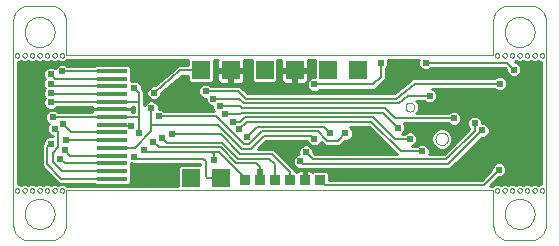
<source format=gbl>
G75*
%MOIN*%
%OFA0B0*%
%FSLAX24Y24*%
%IPPOS*%
%LPD*%
%AMOC8*
5,1,8,0,0,1.08239X$1,22.5*
%
%ADD10C,0.0000*%
%ADD11R,0.0600X0.0600*%
%ADD12R,0.1024X0.0138*%
%ADD13R,0.0320X0.0350*%
%ADD14C,0.0100*%
%ADD15C,0.0240*%
%ADD16C,0.0080*%
D10*
X004943Y002737D02*
X005693Y002737D01*
X005737Y002739D01*
X005780Y002745D01*
X005822Y002754D01*
X005864Y002767D01*
X005904Y002784D01*
X005943Y002804D01*
X005980Y002827D01*
X006014Y002854D01*
X006047Y002883D01*
X006076Y002916D01*
X006103Y002950D01*
X006126Y002987D01*
X006146Y003026D01*
X006163Y003066D01*
X006176Y003108D01*
X006185Y003150D01*
X006191Y003193D01*
X006193Y003237D01*
X006193Y004393D01*
X020443Y004393D01*
X020443Y003237D01*
X020445Y003193D01*
X020451Y003150D01*
X020460Y003108D01*
X020473Y003066D01*
X020490Y003026D01*
X020510Y002987D01*
X020533Y002950D01*
X020560Y002916D01*
X020589Y002883D01*
X020622Y002854D01*
X020656Y002827D01*
X020693Y002804D01*
X020732Y002784D01*
X020772Y002767D01*
X020814Y002754D01*
X020856Y002745D01*
X020899Y002739D01*
X020943Y002737D01*
X021693Y002737D01*
X021737Y002739D01*
X021780Y002745D01*
X021822Y002754D01*
X021864Y002767D01*
X021904Y002784D01*
X021943Y002804D01*
X021980Y002827D01*
X022014Y002854D01*
X022047Y002883D01*
X022076Y002916D01*
X022103Y002950D01*
X022126Y002987D01*
X022146Y003026D01*
X022163Y003066D01*
X022176Y003108D01*
X022185Y003150D01*
X022191Y003193D01*
X022193Y003237D01*
X022193Y010050D01*
X022191Y010094D01*
X022185Y010137D01*
X022176Y010179D01*
X022163Y010221D01*
X022146Y010261D01*
X022126Y010300D01*
X022103Y010337D01*
X022076Y010371D01*
X022047Y010404D01*
X022014Y010433D01*
X021980Y010460D01*
X021943Y010483D01*
X021904Y010503D01*
X021864Y010520D01*
X021822Y010533D01*
X021780Y010542D01*
X021737Y010548D01*
X021693Y010550D01*
X020943Y010550D01*
X020899Y010548D01*
X020856Y010542D01*
X020814Y010533D01*
X020772Y010520D01*
X020732Y010503D01*
X020693Y010483D01*
X020656Y010460D01*
X020622Y010433D01*
X020589Y010404D01*
X020560Y010371D01*
X020533Y010337D01*
X020510Y010300D01*
X020490Y010261D01*
X020473Y010221D01*
X020460Y010179D01*
X020451Y010137D01*
X020445Y010094D01*
X020443Y010050D01*
X020443Y008893D01*
X006193Y008893D01*
X006193Y010050D01*
X006191Y010094D01*
X006185Y010137D01*
X006176Y010179D01*
X006163Y010221D01*
X006146Y010261D01*
X006126Y010300D01*
X006103Y010337D01*
X006076Y010371D01*
X006047Y010404D01*
X006014Y010433D01*
X005980Y010460D01*
X005943Y010483D01*
X005904Y010503D01*
X005864Y010520D01*
X005822Y010533D01*
X005780Y010542D01*
X005737Y010548D01*
X005693Y010550D01*
X004943Y010550D01*
X004899Y010548D01*
X004856Y010542D01*
X004814Y010533D01*
X004772Y010520D01*
X004732Y010503D01*
X004693Y010483D01*
X004656Y010460D01*
X004622Y010433D01*
X004589Y010404D01*
X004560Y010371D01*
X004533Y010337D01*
X004510Y010300D01*
X004490Y010261D01*
X004473Y010221D01*
X004460Y010179D01*
X004451Y010137D01*
X004445Y010094D01*
X004443Y010050D01*
X004443Y003237D01*
X004445Y003193D01*
X004451Y003150D01*
X004460Y003108D01*
X004473Y003066D01*
X004490Y003026D01*
X004510Y002987D01*
X004533Y002950D01*
X004560Y002916D01*
X004589Y002883D01*
X004622Y002854D01*
X004656Y002827D01*
X004693Y002804D01*
X004732Y002784D01*
X004772Y002767D01*
X004814Y002754D01*
X004856Y002745D01*
X004899Y002739D01*
X004943Y002737D01*
X004818Y003612D02*
X004820Y003656D01*
X004826Y003700D01*
X004836Y003743D01*
X004849Y003785D01*
X004866Y003826D01*
X004887Y003865D01*
X004911Y003902D01*
X004938Y003937D01*
X004968Y003969D01*
X005001Y003999D01*
X005037Y004025D01*
X005074Y004049D01*
X005114Y004068D01*
X005155Y004085D01*
X005198Y004097D01*
X005241Y004106D01*
X005285Y004111D01*
X005329Y004112D01*
X005373Y004109D01*
X005417Y004102D01*
X005460Y004091D01*
X005502Y004077D01*
X005542Y004059D01*
X005581Y004037D01*
X005617Y004013D01*
X005651Y003985D01*
X005683Y003954D01*
X005712Y003920D01*
X005738Y003884D01*
X005760Y003846D01*
X005779Y003806D01*
X005794Y003764D01*
X005806Y003722D01*
X005814Y003678D01*
X005818Y003634D01*
X005818Y003590D01*
X005814Y003546D01*
X005806Y003502D01*
X005794Y003460D01*
X005779Y003418D01*
X005760Y003378D01*
X005738Y003340D01*
X005712Y003304D01*
X005683Y003270D01*
X005651Y003239D01*
X005617Y003211D01*
X005581Y003187D01*
X005542Y003165D01*
X005502Y003147D01*
X005460Y003133D01*
X005417Y003122D01*
X005373Y003115D01*
X005329Y003112D01*
X005285Y003113D01*
X005241Y003118D01*
X005198Y003127D01*
X005155Y003139D01*
X005114Y003156D01*
X005074Y003175D01*
X005037Y003199D01*
X005001Y003225D01*
X004968Y003255D01*
X004938Y003287D01*
X004911Y003322D01*
X004887Y003359D01*
X004866Y003398D01*
X004849Y003439D01*
X004836Y003481D01*
X004826Y003524D01*
X004820Y003568D01*
X004818Y003612D01*
X004743Y004393D02*
X004745Y004410D01*
X004750Y004426D01*
X004759Y004440D01*
X004771Y004452D01*
X004785Y004461D01*
X004801Y004466D01*
X004818Y004468D01*
X004835Y004466D01*
X004851Y004461D01*
X004865Y004452D01*
X004877Y004440D01*
X004886Y004426D01*
X004891Y004410D01*
X004893Y004393D01*
X004891Y004376D01*
X004886Y004360D01*
X004877Y004346D01*
X004865Y004334D01*
X004851Y004325D01*
X004835Y004320D01*
X004818Y004318D01*
X004801Y004320D01*
X004785Y004325D01*
X004771Y004334D01*
X004759Y004346D01*
X004750Y004360D01*
X004745Y004376D01*
X004743Y004393D01*
X004493Y004393D02*
X004495Y004410D01*
X004500Y004426D01*
X004509Y004440D01*
X004521Y004452D01*
X004535Y004461D01*
X004551Y004466D01*
X004568Y004468D01*
X004585Y004466D01*
X004601Y004461D01*
X004615Y004452D01*
X004627Y004440D01*
X004636Y004426D01*
X004641Y004410D01*
X004643Y004393D01*
X004641Y004376D01*
X004636Y004360D01*
X004627Y004346D01*
X004615Y004334D01*
X004601Y004325D01*
X004585Y004320D01*
X004568Y004318D01*
X004551Y004320D01*
X004535Y004325D01*
X004521Y004334D01*
X004509Y004346D01*
X004500Y004360D01*
X004495Y004376D01*
X004493Y004393D01*
X004993Y004393D02*
X004995Y004410D01*
X005000Y004426D01*
X005009Y004440D01*
X005021Y004452D01*
X005035Y004461D01*
X005051Y004466D01*
X005068Y004468D01*
X005085Y004466D01*
X005101Y004461D01*
X005115Y004452D01*
X005127Y004440D01*
X005136Y004426D01*
X005141Y004410D01*
X005143Y004393D01*
X005141Y004376D01*
X005136Y004360D01*
X005127Y004346D01*
X005115Y004334D01*
X005101Y004325D01*
X005085Y004320D01*
X005068Y004318D01*
X005051Y004320D01*
X005035Y004325D01*
X005021Y004334D01*
X005009Y004346D01*
X005000Y004360D01*
X004995Y004376D01*
X004993Y004393D01*
X005243Y004393D02*
X005245Y004410D01*
X005250Y004426D01*
X005259Y004440D01*
X005271Y004452D01*
X005285Y004461D01*
X005301Y004466D01*
X005318Y004468D01*
X005335Y004466D01*
X005351Y004461D01*
X005365Y004452D01*
X005377Y004440D01*
X005386Y004426D01*
X005391Y004410D01*
X005393Y004393D01*
X005391Y004376D01*
X005386Y004360D01*
X005377Y004346D01*
X005365Y004334D01*
X005351Y004325D01*
X005335Y004320D01*
X005318Y004318D01*
X005301Y004320D01*
X005285Y004325D01*
X005271Y004334D01*
X005259Y004346D01*
X005250Y004360D01*
X005245Y004376D01*
X005243Y004393D01*
X005493Y004393D02*
X005495Y004410D01*
X005500Y004426D01*
X005509Y004440D01*
X005521Y004452D01*
X005535Y004461D01*
X005551Y004466D01*
X005568Y004468D01*
X005585Y004466D01*
X005601Y004461D01*
X005615Y004452D01*
X005627Y004440D01*
X005636Y004426D01*
X005641Y004410D01*
X005643Y004393D01*
X005641Y004376D01*
X005636Y004360D01*
X005627Y004346D01*
X005615Y004334D01*
X005601Y004325D01*
X005585Y004320D01*
X005568Y004318D01*
X005551Y004320D01*
X005535Y004325D01*
X005521Y004334D01*
X005509Y004346D01*
X005500Y004360D01*
X005495Y004376D01*
X005493Y004393D01*
X005743Y004393D02*
X005745Y004410D01*
X005750Y004426D01*
X005759Y004440D01*
X005771Y004452D01*
X005785Y004461D01*
X005801Y004466D01*
X005818Y004468D01*
X005835Y004466D01*
X005851Y004461D01*
X005865Y004452D01*
X005877Y004440D01*
X005886Y004426D01*
X005891Y004410D01*
X005893Y004393D01*
X005891Y004376D01*
X005886Y004360D01*
X005877Y004346D01*
X005865Y004334D01*
X005851Y004325D01*
X005835Y004320D01*
X005818Y004318D01*
X005801Y004320D01*
X005785Y004325D01*
X005771Y004334D01*
X005759Y004346D01*
X005750Y004360D01*
X005745Y004376D01*
X005743Y004393D01*
X005993Y004393D02*
X005995Y004410D01*
X006000Y004426D01*
X006009Y004440D01*
X006021Y004452D01*
X006035Y004461D01*
X006051Y004466D01*
X006068Y004468D01*
X006085Y004466D01*
X006101Y004461D01*
X006115Y004452D01*
X006127Y004440D01*
X006136Y004426D01*
X006141Y004410D01*
X006143Y004393D01*
X006141Y004376D01*
X006136Y004360D01*
X006127Y004346D01*
X006115Y004334D01*
X006101Y004325D01*
X006085Y004320D01*
X006068Y004318D01*
X006051Y004320D01*
X006035Y004325D01*
X006021Y004334D01*
X006009Y004346D01*
X006000Y004360D01*
X005995Y004376D01*
X005993Y004393D01*
X005993Y008893D02*
X005995Y008910D01*
X006000Y008926D01*
X006009Y008940D01*
X006021Y008952D01*
X006035Y008961D01*
X006051Y008966D01*
X006068Y008968D01*
X006085Y008966D01*
X006101Y008961D01*
X006115Y008952D01*
X006127Y008940D01*
X006136Y008926D01*
X006141Y008910D01*
X006143Y008893D01*
X006141Y008876D01*
X006136Y008860D01*
X006127Y008846D01*
X006115Y008834D01*
X006101Y008825D01*
X006085Y008820D01*
X006068Y008818D01*
X006051Y008820D01*
X006035Y008825D01*
X006021Y008834D01*
X006009Y008846D01*
X006000Y008860D01*
X005995Y008876D01*
X005993Y008893D01*
X005743Y008893D02*
X005745Y008910D01*
X005750Y008926D01*
X005759Y008940D01*
X005771Y008952D01*
X005785Y008961D01*
X005801Y008966D01*
X005818Y008968D01*
X005835Y008966D01*
X005851Y008961D01*
X005865Y008952D01*
X005877Y008940D01*
X005886Y008926D01*
X005891Y008910D01*
X005893Y008893D01*
X005891Y008876D01*
X005886Y008860D01*
X005877Y008846D01*
X005865Y008834D01*
X005851Y008825D01*
X005835Y008820D01*
X005818Y008818D01*
X005801Y008820D01*
X005785Y008825D01*
X005771Y008834D01*
X005759Y008846D01*
X005750Y008860D01*
X005745Y008876D01*
X005743Y008893D01*
X005493Y008893D02*
X005495Y008910D01*
X005500Y008926D01*
X005509Y008940D01*
X005521Y008952D01*
X005535Y008961D01*
X005551Y008966D01*
X005568Y008968D01*
X005585Y008966D01*
X005601Y008961D01*
X005615Y008952D01*
X005627Y008940D01*
X005636Y008926D01*
X005641Y008910D01*
X005643Y008893D01*
X005641Y008876D01*
X005636Y008860D01*
X005627Y008846D01*
X005615Y008834D01*
X005601Y008825D01*
X005585Y008820D01*
X005568Y008818D01*
X005551Y008820D01*
X005535Y008825D01*
X005521Y008834D01*
X005509Y008846D01*
X005500Y008860D01*
X005495Y008876D01*
X005493Y008893D01*
X005243Y008893D02*
X005245Y008910D01*
X005250Y008926D01*
X005259Y008940D01*
X005271Y008952D01*
X005285Y008961D01*
X005301Y008966D01*
X005318Y008968D01*
X005335Y008966D01*
X005351Y008961D01*
X005365Y008952D01*
X005377Y008940D01*
X005386Y008926D01*
X005391Y008910D01*
X005393Y008893D01*
X005391Y008876D01*
X005386Y008860D01*
X005377Y008846D01*
X005365Y008834D01*
X005351Y008825D01*
X005335Y008820D01*
X005318Y008818D01*
X005301Y008820D01*
X005285Y008825D01*
X005271Y008834D01*
X005259Y008846D01*
X005250Y008860D01*
X005245Y008876D01*
X005243Y008893D01*
X004993Y008893D02*
X004995Y008910D01*
X005000Y008926D01*
X005009Y008940D01*
X005021Y008952D01*
X005035Y008961D01*
X005051Y008966D01*
X005068Y008968D01*
X005085Y008966D01*
X005101Y008961D01*
X005115Y008952D01*
X005127Y008940D01*
X005136Y008926D01*
X005141Y008910D01*
X005143Y008893D01*
X005141Y008876D01*
X005136Y008860D01*
X005127Y008846D01*
X005115Y008834D01*
X005101Y008825D01*
X005085Y008820D01*
X005068Y008818D01*
X005051Y008820D01*
X005035Y008825D01*
X005021Y008834D01*
X005009Y008846D01*
X005000Y008860D01*
X004995Y008876D01*
X004993Y008893D01*
X004743Y008893D02*
X004745Y008910D01*
X004750Y008926D01*
X004759Y008940D01*
X004771Y008952D01*
X004785Y008961D01*
X004801Y008966D01*
X004818Y008968D01*
X004835Y008966D01*
X004851Y008961D01*
X004865Y008952D01*
X004877Y008940D01*
X004886Y008926D01*
X004891Y008910D01*
X004893Y008893D01*
X004891Y008876D01*
X004886Y008860D01*
X004877Y008846D01*
X004865Y008834D01*
X004851Y008825D01*
X004835Y008820D01*
X004818Y008818D01*
X004801Y008820D01*
X004785Y008825D01*
X004771Y008834D01*
X004759Y008846D01*
X004750Y008860D01*
X004745Y008876D01*
X004743Y008893D01*
X004493Y008893D02*
X004495Y008910D01*
X004500Y008926D01*
X004509Y008940D01*
X004521Y008952D01*
X004535Y008961D01*
X004551Y008966D01*
X004568Y008968D01*
X004585Y008966D01*
X004601Y008961D01*
X004615Y008952D01*
X004627Y008940D01*
X004636Y008926D01*
X004641Y008910D01*
X004643Y008893D01*
X004641Y008876D01*
X004636Y008860D01*
X004627Y008846D01*
X004615Y008834D01*
X004601Y008825D01*
X004585Y008820D01*
X004568Y008818D01*
X004551Y008820D01*
X004535Y008825D01*
X004521Y008834D01*
X004509Y008846D01*
X004500Y008860D01*
X004495Y008876D01*
X004493Y008893D01*
X004818Y009675D02*
X004820Y009719D01*
X004826Y009763D01*
X004836Y009806D01*
X004849Y009848D01*
X004866Y009889D01*
X004887Y009928D01*
X004911Y009965D01*
X004938Y010000D01*
X004968Y010032D01*
X005001Y010062D01*
X005037Y010088D01*
X005074Y010112D01*
X005114Y010131D01*
X005155Y010148D01*
X005198Y010160D01*
X005241Y010169D01*
X005285Y010174D01*
X005329Y010175D01*
X005373Y010172D01*
X005417Y010165D01*
X005460Y010154D01*
X005502Y010140D01*
X005542Y010122D01*
X005581Y010100D01*
X005617Y010076D01*
X005651Y010048D01*
X005683Y010017D01*
X005712Y009983D01*
X005738Y009947D01*
X005760Y009909D01*
X005779Y009869D01*
X005794Y009827D01*
X005806Y009785D01*
X005814Y009741D01*
X005818Y009697D01*
X005818Y009653D01*
X005814Y009609D01*
X005806Y009565D01*
X005794Y009523D01*
X005779Y009481D01*
X005760Y009441D01*
X005738Y009403D01*
X005712Y009367D01*
X005683Y009333D01*
X005651Y009302D01*
X005617Y009274D01*
X005581Y009250D01*
X005542Y009228D01*
X005502Y009210D01*
X005460Y009196D01*
X005417Y009185D01*
X005373Y009178D01*
X005329Y009175D01*
X005285Y009176D01*
X005241Y009181D01*
X005198Y009190D01*
X005155Y009202D01*
X005114Y009219D01*
X005074Y009238D01*
X005037Y009262D01*
X005001Y009288D01*
X004968Y009318D01*
X004938Y009350D01*
X004911Y009385D01*
X004887Y009422D01*
X004866Y009461D01*
X004849Y009502D01*
X004836Y009544D01*
X004826Y009587D01*
X004820Y009631D01*
X004818Y009675D01*
X017516Y007172D02*
X017518Y007196D01*
X017524Y007219D01*
X017533Y007241D01*
X017546Y007261D01*
X017561Y007279D01*
X017580Y007294D01*
X017601Y007306D01*
X017623Y007314D01*
X017646Y007319D01*
X017670Y007320D01*
X017694Y007317D01*
X017716Y007310D01*
X017738Y007300D01*
X017758Y007287D01*
X017775Y007270D01*
X017789Y007251D01*
X017800Y007230D01*
X017808Y007207D01*
X017812Y007184D01*
X017812Y007160D01*
X017808Y007137D01*
X017800Y007114D01*
X017789Y007093D01*
X017775Y007074D01*
X017758Y007057D01*
X017738Y007044D01*
X017716Y007034D01*
X017694Y007027D01*
X017670Y007024D01*
X017646Y007025D01*
X017623Y007030D01*
X017601Y007038D01*
X017580Y007050D01*
X017561Y007065D01*
X017546Y007083D01*
X017533Y007103D01*
X017524Y007125D01*
X017518Y007148D01*
X017516Y007172D01*
X018515Y006114D02*
X018517Y006142D01*
X018523Y006170D01*
X018532Y006196D01*
X018545Y006222D01*
X018561Y006245D01*
X018581Y006265D01*
X018603Y006283D01*
X018627Y006298D01*
X018653Y006309D01*
X018680Y006317D01*
X018708Y006321D01*
X018736Y006321D01*
X018764Y006317D01*
X018791Y006309D01*
X018817Y006298D01*
X018841Y006283D01*
X018863Y006265D01*
X018883Y006245D01*
X018899Y006222D01*
X018912Y006196D01*
X018921Y006170D01*
X018927Y006142D01*
X018929Y006114D01*
X018927Y006086D01*
X018921Y006058D01*
X018912Y006032D01*
X018899Y006006D01*
X018883Y005983D01*
X018863Y005963D01*
X018841Y005945D01*
X018817Y005930D01*
X018791Y005919D01*
X018764Y005911D01*
X018736Y005907D01*
X018708Y005907D01*
X018680Y005911D01*
X018653Y005919D01*
X018627Y005930D01*
X018603Y005945D01*
X018581Y005963D01*
X018561Y005983D01*
X018545Y006006D01*
X018532Y006032D01*
X018523Y006058D01*
X018517Y006086D01*
X018515Y006114D01*
X020493Y004393D02*
X020495Y004410D01*
X020500Y004426D01*
X020509Y004440D01*
X020521Y004452D01*
X020535Y004461D01*
X020551Y004466D01*
X020568Y004468D01*
X020585Y004466D01*
X020601Y004461D01*
X020615Y004452D01*
X020627Y004440D01*
X020636Y004426D01*
X020641Y004410D01*
X020643Y004393D01*
X020641Y004376D01*
X020636Y004360D01*
X020627Y004346D01*
X020615Y004334D01*
X020601Y004325D01*
X020585Y004320D01*
X020568Y004318D01*
X020551Y004320D01*
X020535Y004325D01*
X020521Y004334D01*
X020509Y004346D01*
X020500Y004360D01*
X020495Y004376D01*
X020493Y004393D01*
X020743Y004393D02*
X020745Y004410D01*
X020750Y004426D01*
X020759Y004440D01*
X020771Y004452D01*
X020785Y004461D01*
X020801Y004466D01*
X020818Y004468D01*
X020835Y004466D01*
X020851Y004461D01*
X020865Y004452D01*
X020877Y004440D01*
X020886Y004426D01*
X020891Y004410D01*
X020893Y004393D01*
X020891Y004376D01*
X020886Y004360D01*
X020877Y004346D01*
X020865Y004334D01*
X020851Y004325D01*
X020835Y004320D01*
X020818Y004318D01*
X020801Y004320D01*
X020785Y004325D01*
X020771Y004334D01*
X020759Y004346D01*
X020750Y004360D01*
X020745Y004376D01*
X020743Y004393D01*
X020993Y004393D02*
X020995Y004410D01*
X021000Y004426D01*
X021009Y004440D01*
X021021Y004452D01*
X021035Y004461D01*
X021051Y004466D01*
X021068Y004468D01*
X021085Y004466D01*
X021101Y004461D01*
X021115Y004452D01*
X021127Y004440D01*
X021136Y004426D01*
X021141Y004410D01*
X021143Y004393D01*
X021141Y004376D01*
X021136Y004360D01*
X021127Y004346D01*
X021115Y004334D01*
X021101Y004325D01*
X021085Y004320D01*
X021068Y004318D01*
X021051Y004320D01*
X021035Y004325D01*
X021021Y004334D01*
X021009Y004346D01*
X021000Y004360D01*
X020995Y004376D01*
X020993Y004393D01*
X021243Y004393D02*
X021245Y004410D01*
X021250Y004426D01*
X021259Y004440D01*
X021271Y004452D01*
X021285Y004461D01*
X021301Y004466D01*
X021318Y004468D01*
X021335Y004466D01*
X021351Y004461D01*
X021365Y004452D01*
X021377Y004440D01*
X021386Y004426D01*
X021391Y004410D01*
X021393Y004393D01*
X021391Y004376D01*
X021386Y004360D01*
X021377Y004346D01*
X021365Y004334D01*
X021351Y004325D01*
X021335Y004320D01*
X021318Y004318D01*
X021301Y004320D01*
X021285Y004325D01*
X021271Y004334D01*
X021259Y004346D01*
X021250Y004360D01*
X021245Y004376D01*
X021243Y004393D01*
X021493Y004393D02*
X021495Y004410D01*
X021500Y004426D01*
X021509Y004440D01*
X021521Y004452D01*
X021535Y004461D01*
X021551Y004466D01*
X021568Y004468D01*
X021585Y004466D01*
X021601Y004461D01*
X021615Y004452D01*
X021627Y004440D01*
X021636Y004426D01*
X021641Y004410D01*
X021643Y004393D01*
X021641Y004376D01*
X021636Y004360D01*
X021627Y004346D01*
X021615Y004334D01*
X021601Y004325D01*
X021585Y004320D01*
X021568Y004318D01*
X021551Y004320D01*
X021535Y004325D01*
X021521Y004334D01*
X021509Y004346D01*
X021500Y004360D01*
X021495Y004376D01*
X021493Y004393D01*
X021743Y004393D02*
X021745Y004410D01*
X021750Y004426D01*
X021759Y004440D01*
X021771Y004452D01*
X021785Y004461D01*
X021801Y004466D01*
X021818Y004468D01*
X021835Y004466D01*
X021851Y004461D01*
X021865Y004452D01*
X021877Y004440D01*
X021886Y004426D01*
X021891Y004410D01*
X021893Y004393D01*
X021891Y004376D01*
X021886Y004360D01*
X021877Y004346D01*
X021865Y004334D01*
X021851Y004325D01*
X021835Y004320D01*
X021818Y004318D01*
X021801Y004320D01*
X021785Y004325D01*
X021771Y004334D01*
X021759Y004346D01*
X021750Y004360D01*
X021745Y004376D01*
X021743Y004393D01*
X021993Y004393D02*
X021995Y004410D01*
X022000Y004426D01*
X022009Y004440D01*
X022021Y004452D01*
X022035Y004461D01*
X022051Y004466D01*
X022068Y004468D01*
X022085Y004466D01*
X022101Y004461D01*
X022115Y004452D01*
X022127Y004440D01*
X022136Y004426D01*
X022141Y004410D01*
X022143Y004393D01*
X022141Y004376D01*
X022136Y004360D01*
X022127Y004346D01*
X022115Y004334D01*
X022101Y004325D01*
X022085Y004320D01*
X022068Y004318D01*
X022051Y004320D01*
X022035Y004325D01*
X022021Y004334D01*
X022009Y004346D01*
X022000Y004360D01*
X021995Y004376D01*
X021993Y004393D01*
X020818Y003612D02*
X020820Y003656D01*
X020826Y003700D01*
X020836Y003743D01*
X020849Y003785D01*
X020866Y003826D01*
X020887Y003865D01*
X020911Y003902D01*
X020938Y003937D01*
X020968Y003969D01*
X021001Y003999D01*
X021037Y004025D01*
X021074Y004049D01*
X021114Y004068D01*
X021155Y004085D01*
X021198Y004097D01*
X021241Y004106D01*
X021285Y004111D01*
X021329Y004112D01*
X021373Y004109D01*
X021417Y004102D01*
X021460Y004091D01*
X021502Y004077D01*
X021542Y004059D01*
X021581Y004037D01*
X021617Y004013D01*
X021651Y003985D01*
X021683Y003954D01*
X021712Y003920D01*
X021738Y003884D01*
X021760Y003846D01*
X021779Y003806D01*
X021794Y003764D01*
X021806Y003722D01*
X021814Y003678D01*
X021818Y003634D01*
X021818Y003590D01*
X021814Y003546D01*
X021806Y003502D01*
X021794Y003460D01*
X021779Y003418D01*
X021760Y003378D01*
X021738Y003340D01*
X021712Y003304D01*
X021683Y003270D01*
X021651Y003239D01*
X021617Y003211D01*
X021581Y003187D01*
X021542Y003165D01*
X021502Y003147D01*
X021460Y003133D01*
X021417Y003122D01*
X021373Y003115D01*
X021329Y003112D01*
X021285Y003113D01*
X021241Y003118D01*
X021198Y003127D01*
X021155Y003139D01*
X021114Y003156D01*
X021074Y003175D01*
X021037Y003199D01*
X021001Y003225D01*
X020968Y003255D01*
X020938Y003287D01*
X020911Y003322D01*
X020887Y003359D01*
X020866Y003398D01*
X020849Y003439D01*
X020836Y003481D01*
X020826Y003524D01*
X020820Y003568D01*
X020818Y003612D01*
X020743Y008893D02*
X020745Y008910D01*
X020750Y008926D01*
X020759Y008940D01*
X020771Y008952D01*
X020785Y008961D01*
X020801Y008966D01*
X020818Y008968D01*
X020835Y008966D01*
X020851Y008961D01*
X020865Y008952D01*
X020877Y008940D01*
X020886Y008926D01*
X020891Y008910D01*
X020893Y008893D01*
X020891Y008876D01*
X020886Y008860D01*
X020877Y008846D01*
X020865Y008834D01*
X020851Y008825D01*
X020835Y008820D01*
X020818Y008818D01*
X020801Y008820D01*
X020785Y008825D01*
X020771Y008834D01*
X020759Y008846D01*
X020750Y008860D01*
X020745Y008876D01*
X020743Y008893D01*
X020493Y008893D02*
X020495Y008910D01*
X020500Y008926D01*
X020509Y008940D01*
X020521Y008952D01*
X020535Y008961D01*
X020551Y008966D01*
X020568Y008968D01*
X020585Y008966D01*
X020601Y008961D01*
X020615Y008952D01*
X020627Y008940D01*
X020636Y008926D01*
X020641Y008910D01*
X020643Y008893D01*
X020641Y008876D01*
X020636Y008860D01*
X020627Y008846D01*
X020615Y008834D01*
X020601Y008825D01*
X020585Y008820D01*
X020568Y008818D01*
X020551Y008820D01*
X020535Y008825D01*
X020521Y008834D01*
X020509Y008846D01*
X020500Y008860D01*
X020495Y008876D01*
X020493Y008893D01*
X020993Y008893D02*
X020995Y008910D01*
X021000Y008926D01*
X021009Y008940D01*
X021021Y008952D01*
X021035Y008961D01*
X021051Y008966D01*
X021068Y008968D01*
X021085Y008966D01*
X021101Y008961D01*
X021115Y008952D01*
X021127Y008940D01*
X021136Y008926D01*
X021141Y008910D01*
X021143Y008893D01*
X021141Y008876D01*
X021136Y008860D01*
X021127Y008846D01*
X021115Y008834D01*
X021101Y008825D01*
X021085Y008820D01*
X021068Y008818D01*
X021051Y008820D01*
X021035Y008825D01*
X021021Y008834D01*
X021009Y008846D01*
X021000Y008860D01*
X020995Y008876D01*
X020993Y008893D01*
X021243Y008893D02*
X021245Y008910D01*
X021250Y008926D01*
X021259Y008940D01*
X021271Y008952D01*
X021285Y008961D01*
X021301Y008966D01*
X021318Y008968D01*
X021335Y008966D01*
X021351Y008961D01*
X021365Y008952D01*
X021377Y008940D01*
X021386Y008926D01*
X021391Y008910D01*
X021393Y008893D01*
X021391Y008876D01*
X021386Y008860D01*
X021377Y008846D01*
X021365Y008834D01*
X021351Y008825D01*
X021335Y008820D01*
X021318Y008818D01*
X021301Y008820D01*
X021285Y008825D01*
X021271Y008834D01*
X021259Y008846D01*
X021250Y008860D01*
X021245Y008876D01*
X021243Y008893D01*
X021493Y008893D02*
X021495Y008910D01*
X021500Y008926D01*
X021509Y008940D01*
X021521Y008952D01*
X021535Y008961D01*
X021551Y008966D01*
X021568Y008968D01*
X021585Y008966D01*
X021601Y008961D01*
X021615Y008952D01*
X021627Y008940D01*
X021636Y008926D01*
X021641Y008910D01*
X021643Y008893D01*
X021641Y008876D01*
X021636Y008860D01*
X021627Y008846D01*
X021615Y008834D01*
X021601Y008825D01*
X021585Y008820D01*
X021568Y008818D01*
X021551Y008820D01*
X021535Y008825D01*
X021521Y008834D01*
X021509Y008846D01*
X021500Y008860D01*
X021495Y008876D01*
X021493Y008893D01*
X021743Y008893D02*
X021745Y008910D01*
X021750Y008926D01*
X021759Y008940D01*
X021771Y008952D01*
X021785Y008961D01*
X021801Y008966D01*
X021818Y008968D01*
X021835Y008966D01*
X021851Y008961D01*
X021865Y008952D01*
X021877Y008940D01*
X021886Y008926D01*
X021891Y008910D01*
X021893Y008893D01*
X021891Y008876D01*
X021886Y008860D01*
X021877Y008846D01*
X021865Y008834D01*
X021851Y008825D01*
X021835Y008820D01*
X021818Y008818D01*
X021801Y008820D01*
X021785Y008825D01*
X021771Y008834D01*
X021759Y008846D01*
X021750Y008860D01*
X021745Y008876D01*
X021743Y008893D01*
X021993Y008893D02*
X021995Y008910D01*
X022000Y008926D01*
X022009Y008940D01*
X022021Y008952D01*
X022035Y008961D01*
X022051Y008966D01*
X022068Y008968D01*
X022085Y008966D01*
X022101Y008961D01*
X022115Y008952D01*
X022127Y008940D01*
X022136Y008926D01*
X022141Y008910D01*
X022143Y008893D01*
X022141Y008876D01*
X022136Y008860D01*
X022127Y008846D01*
X022115Y008834D01*
X022101Y008825D01*
X022085Y008820D01*
X022068Y008818D01*
X022051Y008820D01*
X022035Y008825D01*
X022021Y008834D01*
X022009Y008846D01*
X022000Y008860D01*
X021995Y008876D01*
X021993Y008893D01*
X020818Y009675D02*
X020820Y009719D01*
X020826Y009763D01*
X020836Y009806D01*
X020849Y009848D01*
X020866Y009889D01*
X020887Y009928D01*
X020911Y009965D01*
X020938Y010000D01*
X020968Y010032D01*
X021001Y010062D01*
X021037Y010088D01*
X021074Y010112D01*
X021114Y010131D01*
X021155Y010148D01*
X021198Y010160D01*
X021241Y010169D01*
X021285Y010174D01*
X021329Y010175D01*
X021373Y010172D01*
X021417Y010165D01*
X021460Y010154D01*
X021502Y010140D01*
X021542Y010122D01*
X021581Y010100D01*
X021617Y010076D01*
X021651Y010048D01*
X021683Y010017D01*
X021712Y009983D01*
X021738Y009947D01*
X021760Y009909D01*
X021779Y009869D01*
X021794Y009827D01*
X021806Y009785D01*
X021814Y009741D01*
X021818Y009697D01*
X021818Y009653D01*
X021814Y009609D01*
X021806Y009565D01*
X021794Y009523D01*
X021779Y009481D01*
X021760Y009441D01*
X021738Y009403D01*
X021712Y009367D01*
X021683Y009333D01*
X021651Y009302D01*
X021617Y009274D01*
X021581Y009250D01*
X021542Y009228D01*
X021502Y009210D01*
X021460Y009196D01*
X021417Y009185D01*
X021373Y009178D01*
X021329Y009175D01*
X021285Y009176D01*
X021241Y009181D01*
X021198Y009190D01*
X021155Y009202D01*
X021114Y009219D01*
X021074Y009238D01*
X021037Y009262D01*
X021001Y009288D01*
X020968Y009318D01*
X020938Y009350D01*
X020911Y009385D01*
X020887Y009422D01*
X020866Y009461D01*
X020849Y009502D01*
X020836Y009544D01*
X020826Y009587D01*
X020820Y009631D01*
X020818Y009675D01*
D11*
X015943Y008393D03*
X014943Y008393D03*
X013818Y008393D03*
X012818Y008393D03*
X011693Y008393D03*
X010693Y008393D03*
X010349Y004800D03*
X011349Y004800D03*
D12*
X007724Y004789D03*
X007724Y005045D03*
X007724Y005301D03*
X007724Y005557D03*
X007724Y005813D03*
X007724Y006069D03*
X007724Y006325D03*
X007724Y006581D03*
X007724Y006837D03*
X007724Y007093D03*
X007724Y007349D03*
X007724Y007604D03*
X007724Y007860D03*
X007724Y008116D03*
X007724Y008372D03*
D13*
X012162Y004737D03*
X012662Y004737D03*
X013162Y004737D03*
X013662Y004737D03*
X014162Y004737D03*
X014662Y004737D03*
D14*
X014952Y004751D02*
X014952Y004966D01*
X014875Y005042D01*
X014448Y005042D01*
X014426Y005020D01*
X014414Y005032D01*
X014379Y005052D01*
X014341Y005062D01*
X014192Y005062D01*
X014192Y004767D01*
X014132Y004767D01*
X014132Y005062D01*
X013982Y005062D01*
X013944Y005052D01*
X013909Y005032D01*
X013897Y005020D01*
X013875Y005042D01*
X013832Y005042D01*
X013832Y005089D01*
X013732Y005188D01*
X013238Y005682D01*
X013238Y005682D01*
X013138Y005782D01*
X012603Y005782D01*
X012857Y006036D01*
X014235Y006036D01*
X014262Y005970D01*
X014332Y005900D01*
X014424Y005862D01*
X014524Y005862D01*
X014616Y005900D01*
X014686Y005970D01*
X014705Y006016D01*
X014841Y005880D01*
X015326Y005880D01*
X015496Y006050D01*
X015555Y006050D01*
X015647Y006088D01*
X015717Y006158D01*
X015755Y006250D01*
X015755Y006349D01*
X015717Y006441D01*
X015654Y006505D01*
X016310Y006505D01*
X017179Y005635D01*
X017220Y005595D01*
X014513Y005595D01*
X014443Y005665D01*
X014443Y005724D01*
X014405Y005816D01*
X014334Y005886D01*
X014243Y005925D01*
X014143Y005925D01*
X014051Y005886D01*
X013981Y005816D01*
X013943Y005724D01*
X013943Y005625D01*
X013949Y005609D01*
X013864Y005574D01*
X013793Y005504D01*
X013755Y005412D01*
X013755Y005312D01*
X013793Y005220D01*
X013864Y005150D01*
X013956Y005112D01*
X014015Y005112D01*
X014029Y005098D01*
X019013Y005098D01*
X019113Y005198D01*
X020058Y006143D01*
X020118Y006143D01*
X020209Y006181D01*
X020280Y006252D01*
X020318Y006344D01*
X020318Y006443D01*
X020280Y006535D01*
X020209Y006605D01*
X020118Y006643D01*
X020068Y006643D01*
X020068Y006686D01*
X020030Y006778D01*
X019959Y006849D01*
X019868Y006887D01*
X019768Y006887D01*
X019676Y006849D01*
X019606Y006778D01*
X019568Y006686D01*
X019568Y006587D01*
X019606Y006495D01*
X019648Y006453D01*
X019648Y006432D01*
X018810Y005595D01*
X018292Y005595D01*
X018318Y005656D01*
X018318Y005756D01*
X018280Y005847D01*
X018209Y005918D01*
X018118Y005956D01*
X018018Y005956D01*
X017926Y005918D01*
X017884Y005876D01*
X017745Y005876D01*
X017803Y005900D01*
X017874Y005970D01*
X017912Y006062D01*
X017912Y006162D01*
X017874Y006254D01*
X017803Y006324D01*
X017711Y006362D01*
X017612Y006362D01*
X017520Y006324D01*
X017478Y006282D01*
X017404Y006282D01*
X017467Y006345D01*
X017505Y006437D01*
X017505Y006537D01*
X017467Y006629D01*
X017466Y006630D01*
X018947Y006630D01*
X018989Y006588D01*
X019081Y006550D01*
X019180Y006550D01*
X019272Y006588D01*
X019342Y006658D01*
X019380Y006750D01*
X019380Y006849D01*
X019342Y006941D01*
X019272Y007011D01*
X019180Y007050D01*
X019081Y007050D01*
X018989Y007011D01*
X018947Y006970D01*
X017882Y006970D01*
X017916Y007004D01*
X017962Y007113D01*
X017962Y007231D01*
X017916Y007341D01*
X017878Y007380D01*
X018134Y007380D01*
X018176Y007338D01*
X018268Y007300D01*
X018368Y007300D01*
X018459Y007338D01*
X018530Y007408D01*
X018568Y007500D01*
X018568Y007599D01*
X018530Y007691D01*
X018459Y007761D01*
X018401Y007786D01*
X020478Y007786D01*
X020520Y007744D01*
X020612Y007706D01*
X020711Y007706D01*
X020803Y007744D01*
X020874Y007814D01*
X020912Y007906D01*
X020912Y008006D01*
X020874Y008097D01*
X020803Y008168D01*
X020711Y008206D01*
X020612Y008206D01*
X020520Y008168D01*
X020478Y008126D01*
X017827Y008126D01*
X017767Y008133D01*
X017758Y008126D01*
X017747Y008126D01*
X017704Y008083D01*
X017133Y007626D01*
X012263Y007626D01*
X012113Y007776D01*
X012013Y007876D01*
X011033Y007876D01*
X010991Y007918D01*
X010899Y007956D01*
X010799Y007956D01*
X010707Y007918D01*
X010637Y007847D01*
X010599Y007756D01*
X010599Y007656D01*
X010637Y007564D01*
X010707Y007494D01*
X010799Y007456D01*
X010849Y007456D01*
X010849Y007406D01*
X010887Y007314D01*
X010957Y007244D01*
X011049Y007206D01*
X011068Y007206D01*
X011068Y007156D01*
X011106Y007064D01*
X011138Y007032D01*
X009470Y007032D01*
X009428Y007074D01*
X009336Y007112D01*
X009287Y007112D01*
X009287Y007193D01*
X009249Y007285D01*
X009178Y007355D01*
X009086Y007393D01*
X008987Y007393D01*
X008895Y007355D01*
X008825Y007285D01*
X008800Y007226D01*
X008800Y007714D01*
X008724Y007790D01*
X008724Y007849D01*
X008686Y007941D01*
X008616Y008011D01*
X008524Y008050D01*
X008424Y008050D01*
X008366Y008025D01*
X008366Y008239D01*
X008361Y008244D01*
X008366Y008249D01*
X008366Y008495D01*
X008290Y008571D01*
X007159Y008571D01*
X007130Y008542D01*
X006241Y008542D01*
X006209Y008574D01*
X006118Y008612D01*
X006018Y008612D01*
X005926Y008574D01*
X005856Y008504D01*
X005843Y008472D01*
X005834Y008480D01*
X005743Y008518D01*
X005643Y008518D01*
X005551Y008480D01*
X005481Y008410D01*
X005443Y008318D01*
X005443Y008219D01*
X005481Y008127D01*
X005496Y008112D01*
X005481Y008097D01*
X005443Y008006D01*
X005443Y007906D01*
X005481Y007814D01*
X005496Y007800D01*
X005481Y007785D01*
X005443Y007693D01*
X005443Y007594D01*
X005481Y007502D01*
X005496Y007487D01*
X005481Y007472D01*
X005443Y007381D01*
X005443Y007281D01*
X005481Y007189D01*
X005551Y007119D01*
X005643Y007081D01*
X005743Y007081D01*
X005834Y007119D01*
X005894Y007179D01*
X007063Y007179D01*
X007063Y007093D01*
X007724Y007093D01*
X007724Y007093D01*
X007063Y007093D01*
X007063Y007007D01*
X005933Y007007D01*
X005897Y007043D01*
X005805Y007081D01*
X005706Y007081D01*
X005614Y007043D01*
X005543Y006972D01*
X005505Y006881D01*
X005505Y006781D01*
X005543Y006689D01*
X005614Y006619D01*
X005623Y006615D01*
X005606Y006597D01*
X005568Y006506D01*
X005568Y006406D01*
X005606Y006314D01*
X005676Y006244D01*
X005768Y006206D01*
X005773Y006206D01*
X005773Y006193D01*
X005743Y006206D01*
X005643Y006206D01*
X005551Y006168D01*
X005481Y006097D01*
X005443Y006006D01*
X005443Y005946D01*
X005398Y005901D01*
X005398Y005194D01*
X005873Y004719D01*
X005972Y004619D01*
X007130Y004619D01*
X007159Y004591D01*
X008290Y004591D01*
X008366Y004667D01*
X008366Y004912D01*
X008361Y004917D01*
X008366Y004923D01*
X008366Y005168D01*
X008361Y005173D01*
X008366Y005179D01*
X008366Y005292D01*
X008424Y005268D01*
X008524Y005268D01*
X008566Y005286D01*
X010679Y005286D01*
X010679Y005230D01*
X009995Y005230D01*
X009919Y005153D01*
X009919Y004543D01*
X006236Y004543D01*
X006161Y004618D01*
X005975Y004618D01*
X005943Y004587D01*
X005911Y004618D01*
X005725Y004618D01*
X005693Y004587D01*
X005661Y004618D01*
X005475Y004618D01*
X005443Y004587D01*
X005411Y004618D01*
X005225Y004618D01*
X005193Y004587D01*
X005161Y004618D01*
X004975Y004618D01*
X004943Y004587D01*
X004911Y004618D01*
X004725Y004618D01*
X004693Y004587D01*
X004661Y004618D01*
X004593Y004618D01*
X004593Y008668D01*
X004661Y008668D01*
X004693Y008700D01*
X004725Y008668D01*
X004911Y008668D01*
X004943Y008700D01*
X004975Y008668D01*
X005161Y008668D01*
X005193Y008700D01*
X005225Y008668D01*
X005411Y008668D01*
X005443Y008700D01*
X005475Y008668D01*
X005661Y008668D01*
X005693Y008700D01*
X005725Y008668D01*
X005911Y008668D01*
X005943Y008700D01*
X005975Y008668D01*
X006161Y008668D01*
X006236Y008743D01*
X010263Y008743D01*
X010263Y008563D01*
X010012Y008563D01*
X009948Y008568D01*
X009942Y008563D01*
X009935Y008563D01*
X009890Y008518D01*
X009161Y007893D01*
X009081Y007893D01*
X008989Y007855D01*
X008918Y007785D01*
X008880Y007693D01*
X008880Y007594D01*
X008918Y007502D01*
X008989Y007431D01*
X009081Y007393D01*
X009180Y007393D01*
X009272Y007431D01*
X009342Y007502D01*
X009380Y007594D01*
X009380Y007634D01*
X010068Y008223D01*
X010263Y008223D01*
X010263Y008039D01*
X010339Y007963D01*
X011047Y007963D01*
X011123Y008039D01*
X011123Y008743D01*
X011251Y008743D01*
X011243Y008713D01*
X011243Y008443D01*
X011643Y008443D01*
X011643Y008343D01*
X011743Y008343D01*
X011743Y007943D01*
X012013Y007943D01*
X012051Y007954D01*
X012085Y007973D01*
X012113Y008001D01*
X012133Y008035D01*
X012143Y008074D01*
X012143Y008343D01*
X011743Y008343D01*
X011743Y008443D01*
X012143Y008443D01*
X012143Y008713D01*
X012135Y008743D01*
X012388Y008743D01*
X012388Y008039D01*
X012464Y007963D01*
X013172Y007963D01*
X013248Y008039D01*
X013248Y008743D01*
X013376Y008743D01*
X013368Y008713D01*
X013368Y008443D01*
X013768Y008443D01*
X013768Y008343D01*
X013868Y008343D01*
X013868Y007943D01*
X014138Y007943D01*
X014176Y007954D01*
X014210Y007973D01*
X014233Y007997D01*
X014224Y007974D01*
X014224Y007875D01*
X014262Y007783D01*
X014332Y007713D01*
X014424Y007675D01*
X014524Y007675D01*
X014616Y007713D01*
X014658Y007755D01*
X016503Y007755D01*
X016603Y007854D01*
X016763Y008014D01*
X016863Y008114D01*
X016863Y008460D01*
X016905Y008502D01*
X016943Y008594D01*
X016943Y008693D01*
X016922Y008743D01*
X017964Y008743D01*
X017943Y008693D01*
X017943Y008594D01*
X017981Y008502D01*
X018051Y008431D01*
X018143Y008393D01*
X018243Y008393D01*
X018334Y008431D01*
X018376Y008473D01*
X020836Y008473D01*
X020880Y008428D01*
X020880Y008369D01*
X020918Y008277D01*
X020989Y008207D01*
X021081Y008169D01*
X021180Y008169D01*
X021272Y008207D01*
X021342Y008277D01*
X021380Y008369D01*
X021380Y008469D01*
X021342Y008561D01*
X021272Y008631D01*
X021180Y008669D01*
X021162Y008669D01*
X021193Y008700D01*
X021225Y008668D01*
X021411Y008668D01*
X021443Y008700D01*
X021475Y008668D01*
X021661Y008668D01*
X021693Y008700D01*
X021725Y008668D01*
X021911Y008668D01*
X021943Y008700D01*
X021975Y008668D01*
X022043Y008668D01*
X022043Y004618D01*
X021975Y004618D01*
X021943Y004587D01*
X021911Y004618D01*
X021725Y004618D01*
X021693Y004587D01*
X021661Y004618D01*
X021475Y004618D01*
X021443Y004587D01*
X021411Y004618D01*
X021225Y004618D01*
X021193Y004587D01*
X021161Y004618D01*
X020975Y004618D01*
X020943Y004587D01*
X020911Y004618D01*
X020725Y004618D01*
X020693Y004587D01*
X020661Y004618D01*
X020475Y004618D01*
X020400Y004543D01*
X020333Y004543D01*
X020621Y004831D01*
X020680Y004831D01*
X020772Y004869D01*
X020842Y004939D01*
X020880Y005031D01*
X020880Y005131D01*
X020842Y005222D01*
X020772Y005293D01*
X020680Y005331D01*
X020581Y005331D01*
X020489Y005293D01*
X020418Y005222D01*
X020380Y005131D01*
X020380Y005071D01*
X020060Y004751D01*
X014952Y004751D01*
X014952Y004765D02*
X020074Y004765D01*
X020172Y004863D02*
X014952Y004863D01*
X014952Y004962D02*
X020271Y004962D01*
X020369Y005060D02*
X014348Y005060D01*
X014192Y005060D02*
X014132Y005060D01*
X014132Y004962D02*
X014192Y004962D01*
X014192Y004863D02*
X014132Y004863D01*
X013975Y005060D02*
X013832Y005060D01*
X013855Y005159D02*
X013762Y005159D01*
X013732Y005188D02*
X013732Y005188D01*
X013778Y005257D02*
X013663Y005257D01*
X013755Y005356D02*
X013565Y005356D01*
X013466Y005454D02*
X013773Y005454D01*
X013843Y005553D02*
X013368Y005553D01*
X013269Y005651D02*
X013943Y005651D01*
X013953Y005750D02*
X013171Y005750D01*
X012768Y005947D02*
X014286Y005947D01*
X014373Y005848D02*
X016966Y005848D01*
X017065Y005750D02*
X014432Y005750D01*
X014457Y005651D02*
X017163Y005651D01*
X016868Y005947D02*
X015393Y005947D01*
X015492Y006045D02*
X016769Y006045D01*
X016671Y006144D02*
X015703Y006144D01*
X015752Y006242D02*
X016572Y006242D01*
X016474Y006341D02*
X015755Y006341D01*
X015718Y006439D02*
X016375Y006439D01*
X017463Y006341D02*
X017561Y006341D01*
X017505Y006439D02*
X018574Y006439D01*
X018520Y006417D02*
X018419Y006316D01*
X018365Y006185D01*
X018365Y006043D01*
X018419Y005912D01*
X018520Y005812D01*
X018651Y005758D01*
X018793Y005758D01*
X018924Y005812D01*
X019024Y005912D01*
X019078Y006043D01*
X019078Y006185D01*
X019024Y006316D01*
X018924Y006417D01*
X018793Y006471D01*
X018651Y006471D01*
X018520Y006417D01*
X018444Y006341D02*
X017763Y006341D01*
X017878Y006242D02*
X018389Y006242D01*
X018365Y006144D02*
X017912Y006144D01*
X017905Y006045D02*
X018365Y006045D01*
X018405Y005947D02*
X018139Y005947D01*
X017996Y005947D02*
X017850Y005947D01*
X018279Y005848D02*
X018483Y005848D01*
X018318Y005750D02*
X018965Y005750D01*
X018960Y005848D02*
X019064Y005848D01*
X019038Y005947D02*
X019162Y005947D01*
X019078Y006045D02*
X019261Y006045D01*
X019359Y006144D02*
X019078Y006144D01*
X019055Y006242D02*
X019458Y006242D01*
X019556Y006341D02*
X019000Y006341D01*
X018869Y006439D02*
X019648Y006439D01*
X019588Y006538D02*
X017505Y006538D01*
X017927Y007030D02*
X019034Y007030D01*
X019227Y007030D02*
X022043Y007030D01*
X022043Y006932D02*
X019346Y006932D01*
X019380Y006833D02*
X019661Y006833D01*
X019588Y006735D02*
X019374Y006735D01*
X019321Y006636D02*
X019568Y006636D01*
X019975Y006833D02*
X022043Y006833D01*
X022043Y006735D02*
X020048Y006735D01*
X020134Y006636D02*
X022043Y006636D01*
X022043Y006538D02*
X020277Y006538D01*
X020318Y006439D02*
X022043Y006439D01*
X022043Y006341D02*
X020317Y006341D01*
X020270Y006242D02*
X022043Y006242D01*
X022043Y006144D02*
X020119Y006144D01*
X019960Y006045D02*
X022043Y006045D01*
X022043Y005947D02*
X019862Y005947D01*
X019763Y005848D02*
X022043Y005848D01*
X022043Y005750D02*
X019665Y005750D01*
X019566Y005651D02*
X022043Y005651D01*
X022043Y005553D02*
X019468Y005553D01*
X019369Y005454D02*
X022043Y005454D01*
X022043Y005356D02*
X019271Y005356D01*
X019172Y005257D02*
X020453Y005257D01*
X020392Y005159D02*
X019074Y005159D01*
X018867Y005651D02*
X018316Y005651D01*
X020358Y004568D02*
X020424Y004568D01*
X020456Y004666D02*
X022043Y004666D01*
X022043Y004765D02*
X020555Y004765D01*
X020759Y004863D02*
X022043Y004863D01*
X022043Y004962D02*
X020852Y004962D01*
X020880Y005060D02*
X022043Y005060D01*
X022043Y005159D02*
X020869Y005159D01*
X020807Y005257D02*
X022043Y005257D01*
X022043Y007129D02*
X017962Y007129D01*
X017962Y007227D02*
X022043Y007227D01*
X022043Y007326D02*
X018431Y007326D01*
X018537Y007424D02*
X022043Y007424D01*
X022043Y007523D02*
X018568Y007523D01*
X018559Y007621D02*
X022043Y007621D01*
X022043Y007720D02*
X020745Y007720D01*
X020875Y007818D02*
X022043Y007818D01*
X022043Y007917D02*
X020912Y007917D01*
X020908Y008015D02*
X022043Y008015D01*
X022043Y008114D02*
X020857Y008114D01*
X020983Y008212D02*
X016863Y008212D01*
X016863Y008114D02*
X017735Y008114D01*
X017620Y008015D02*
X016764Y008015D01*
X016666Y007917D02*
X017497Y007917D01*
X017374Y007818D02*
X016567Y007818D01*
X017251Y007720D02*
X014623Y007720D01*
X014325Y007720D02*
X012169Y007720D01*
X012071Y007818D02*
X014248Y007818D01*
X014224Y007917D02*
X010992Y007917D01*
X011099Y008015D02*
X011265Y008015D01*
X011273Y008001D02*
X011301Y007973D01*
X011335Y007954D01*
X011373Y007943D01*
X011643Y007943D01*
X011643Y008343D01*
X011243Y008343D01*
X011243Y008074D01*
X011253Y008035D01*
X011273Y008001D01*
X011243Y008114D02*
X011123Y008114D01*
X011123Y008212D02*
X011243Y008212D01*
X011243Y008311D02*
X011123Y008311D01*
X011123Y008409D02*
X011643Y008409D01*
X011643Y008311D02*
X011743Y008311D01*
X011743Y008409D02*
X012388Y008409D01*
X012388Y008311D02*
X012143Y008311D01*
X012143Y008212D02*
X012388Y008212D01*
X012388Y008114D02*
X012143Y008114D01*
X012121Y008015D02*
X012412Y008015D01*
X011743Y008015D02*
X011643Y008015D01*
X011643Y008114D02*
X011743Y008114D01*
X011743Y008212D02*
X011643Y008212D01*
X011243Y008508D02*
X011123Y008508D01*
X011123Y008606D02*
X011243Y008606D01*
X011243Y008705D02*
X011123Y008705D01*
X010263Y008705D02*
X006198Y008705D01*
X006131Y008606D02*
X010263Y008606D01*
X009878Y008508D02*
X008353Y008508D01*
X008366Y008409D02*
X009763Y008409D01*
X009648Y008311D02*
X008366Y008311D01*
X008366Y008212D02*
X009533Y008212D01*
X009418Y008114D02*
X008366Y008114D01*
X008606Y008015D02*
X009303Y008015D01*
X009188Y007917D02*
X008696Y007917D01*
X008724Y007818D02*
X008952Y007818D01*
X008891Y007720D02*
X008794Y007720D01*
X008800Y007621D02*
X008880Y007621D01*
X008910Y007523D02*
X008800Y007523D01*
X008800Y007424D02*
X009006Y007424D01*
X008866Y007326D02*
X008800Y007326D01*
X008800Y007227D02*
X008801Y007227D01*
X008460Y007179D02*
X008460Y007001D01*
X008385Y007001D01*
X008386Y007004D01*
X008386Y007093D01*
X008386Y007179D01*
X008460Y007179D01*
X008460Y007129D02*
X008386Y007129D01*
X008386Y007093D02*
X007724Y007093D01*
X007724Y007093D01*
X008386Y007093D01*
X008386Y007030D02*
X008460Y007030D01*
X009208Y007326D02*
X010882Y007326D01*
X010849Y007424D02*
X009255Y007424D01*
X009351Y007523D02*
X010679Y007523D01*
X010613Y007621D02*
X009380Y007621D01*
X009481Y007720D02*
X010599Y007720D01*
X010625Y007818D02*
X009596Y007818D01*
X009711Y007917D02*
X010707Y007917D01*
X010287Y008015D02*
X009826Y008015D01*
X009940Y008114D02*
X010263Y008114D01*
X010263Y008212D02*
X010055Y008212D01*
X009272Y007227D02*
X010997Y007227D01*
X011079Y007129D02*
X009287Y007129D01*
X007063Y007129D02*
X005844Y007129D01*
X005909Y007030D02*
X007063Y007030D01*
X005601Y007030D02*
X004593Y007030D01*
X004593Y006932D02*
X005527Y006932D01*
X005505Y006833D02*
X004593Y006833D01*
X004593Y006735D02*
X005525Y006735D01*
X005596Y006636D02*
X004593Y006636D01*
X004593Y006538D02*
X005581Y006538D01*
X005568Y006439D02*
X004593Y006439D01*
X004593Y006341D02*
X005595Y006341D01*
X005680Y006242D02*
X004593Y006242D01*
X004593Y006144D02*
X005527Y006144D01*
X005459Y006045D02*
X004593Y006045D01*
X004593Y005947D02*
X005443Y005947D01*
X005398Y005848D02*
X004593Y005848D01*
X004593Y005750D02*
X005398Y005750D01*
X005398Y005651D02*
X004593Y005651D01*
X004593Y005553D02*
X005398Y005553D01*
X005398Y005454D02*
X004593Y005454D01*
X004593Y005356D02*
X005398Y005356D01*
X005398Y005257D02*
X004593Y005257D01*
X004593Y005159D02*
X005433Y005159D01*
X005531Y005060D02*
X004593Y005060D01*
X004593Y004962D02*
X005630Y004962D01*
X005728Y004863D02*
X004593Y004863D01*
X004593Y004765D02*
X005827Y004765D01*
X005925Y004666D02*
X004593Y004666D01*
X006212Y004568D02*
X009919Y004568D01*
X009919Y004666D02*
X008366Y004666D01*
X008366Y004765D02*
X009919Y004765D01*
X009919Y004863D02*
X008366Y004863D01*
X008366Y004962D02*
X009919Y004962D01*
X009919Y005060D02*
X008366Y005060D01*
X008366Y005159D02*
X009925Y005159D01*
X010679Y005257D02*
X008366Y005257D01*
X005541Y007129D02*
X004593Y007129D01*
X004593Y007227D02*
X005465Y007227D01*
X005443Y007326D02*
X004593Y007326D01*
X004593Y007424D02*
X005461Y007424D01*
X005472Y007523D02*
X004593Y007523D01*
X004593Y007621D02*
X005443Y007621D01*
X005454Y007720D02*
X004593Y007720D01*
X004593Y007818D02*
X005479Y007818D01*
X005443Y007917D02*
X004593Y007917D01*
X004593Y008015D02*
X005447Y008015D01*
X005494Y008114D02*
X004593Y008114D01*
X004593Y008212D02*
X005445Y008212D01*
X005443Y008311D02*
X004593Y008311D01*
X004593Y008409D02*
X005481Y008409D01*
X005618Y008508D02*
X004593Y008508D01*
X004593Y008606D02*
X006004Y008606D01*
X005860Y008508D02*
X005768Y008508D01*
X012143Y008508D02*
X012388Y008508D01*
X012388Y008606D02*
X012143Y008606D01*
X012143Y008705D02*
X012388Y008705D01*
X013248Y008705D02*
X013368Y008705D01*
X013368Y008606D02*
X013248Y008606D01*
X013248Y008508D02*
X013368Y008508D01*
X013248Y008409D02*
X013768Y008409D01*
X013768Y008343D02*
X013368Y008343D01*
X013368Y008074D01*
X013378Y008035D01*
X013398Y008001D01*
X013426Y007973D01*
X013460Y007954D01*
X013498Y007943D01*
X013768Y007943D01*
X013768Y008343D01*
X013768Y008311D02*
X013868Y008311D01*
X013868Y008343D02*
X013868Y008443D01*
X014268Y008443D01*
X014268Y008713D01*
X014260Y008743D01*
X014513Y008743D01*
X014513Y008175D01*
X014424Y008175D01*
X014332Y008136D01*
X014267Y008071D01*
X014268Y008074D01*
X014268Y008343D01*
X013868Y008343D01*
X013868Y008409D02*
X014513Y008409D01*
X014513Y008311D02*
X014268Y008311D01*
X014268Y008212D02*
X014513Y008212D01*
X014310Y008114D02*
X014268Y008114D01*
X013868Y008114D02*
X013768Y008114D01*
X013768Y008212D02*
X013868Y008212D01*
X013868Y008015D02*
X013768Y008015D01*
X013390Y008015D02*
X013224Y008015D01*
X013248Y008114D02*
X013368Y008114D01*
X013368Y008212D02*
X013248Y008212D01*
X013248Y008311D02*
X013368Y008311D01*
X014268Y008508D02*
X014513Y008508D01*
X014513Y008606D02*
X014268Y008606D01*
X014268Y008705D02*
X014513Y008705D01*
X016863Y008409D02*
X018104Y008409D01*
X017978Y008508D02*
X016907Y008508D01*
X016943Y008606D02*
X017943Y008606D01*
X017948Y008705D02*
X016938Y008705D01*
X016863Y008311D02*
X020905Y008311D01*
X020880Y008409D02*
X018281Y008409D01*
X018501Y007720D02*
X020578Y007720D01*
X021277Y008212D02*
X022043Y008212D01*
X022043Y008311D02*
X021356Y008311D01*
X021380Y008409D02*
X022043Y008409D01*
X022043Y008508D02*
X021364Y008508D01*
X021296Y008606D02*
X022043Y008606D01*
X018205Y007326D02*
X017922Y007326D01*
X014774Y005947D02*
X014662Y005947D01*
X014013Y005848D02*
X012670Y005848D01*
D15*
X012224Y006175D03*
X011974Y006425D03*
X011755Y006675D03*
X011505Y006925D03*
X011318Y007206D03*
X011099Y007456D03*
X010849Y007706D03*
X009630Y007643D03*
X009130Y007643D03*
X008474Y007800D03*
X009037Y007143D03*
X009287Y006862D03*
X008380Y006550D03*
X008630Y006300D03*
X009099Y006018D03*
X009412Y006143D03*
X009724Y006268D03*
X008787Y005737D03*
X008474Y005518D03*
X006162Y005737D03*
X006005Y005456D03*
X005693Y005956D03*
X006193Y006081D03*
X005818Y006456D03*
X006099Y006612D03*
X005755Y006831D03*
X005693Y007331D03*
X005693Y007643D03*
X005693Y007956D03*
X005693Y008268D03*
X006068Y008362D03*
X006349Y008643D03*
X011130Y005393D03*
X012662Y005020D03*
X013724Y005768D03*
X014193Y005675D03*
X014005Y005362D03*
X014474Y006112D03*
X015005Y006300D03*
X015505Y006300D03*
X016005Y006300D03*
X017255Y006487D03*
X017662Y006112D03*
X018068Y005706D03*
X019130Y006800D03*
X018755Y007143D03*
X018318Y007550D03*
X019818Y006637D03*
X020068Y006393D03*
X020130Y007143D03*
X020662Y007956D03*
X020755Y008362D03*
X021130Y008419D03*
X021912Y008393D03*
X018193Y008643D03*
X016693Y008643D03*
X014474Y007925D03*
X013443Y007768D03*
X020630Y005081D03*
X021130Y005112D03*
X005380Y004893D03*
X004787Y005268D03*
D16*
X005568Y005264D02*
X006043Y004789D01*
X007724Y004789D01*
X007724Y005045D02*
X006052Y005045D01*
X005755Y005342D01*
X005755Y005643D01*
X005943Y005831D01*
X005943Y006331D01*
X005818Y006456D01*
X006099Y006612D02*
X006380Y006331D01*
X007380Y006331D01*
X007386Y006325D01*
X007724Y006325D01*
X007724Y006581D02*
X008099Y006581D01*
X008380Y006550D01*
X008630Y006300D02*
X008630Y006831D01*
X008630Y007349D01*
X008630Y007643D01*
X008474Y007800D01*
X008630Y007349D02*
X007724Y007349D01*
X005711Y007349D01*
X005693Y007331D01*
X005732Y007604D02*
X007724Y007604D01*
X007724Y007860D02*
X005788Y007860D01*
X005693Y007956D01*
X005845Y008116D02*
X007724Y008116D01*
X007724Y008372D02*
X006078Y008372D01*
X006068Y008362D01*
X005845Y008116D02*
X005693Y008268D01*
X005693Y007643D02*
X005732Y007604D01*
X006443Y007093D02*
X007724Y007093D01*
X007724Y006837D02*
X007418Y006831D01*
X008630Y006831D01*
X009037Y006581D02*
X011255Y006581D01*
X012068Y005768D01*
X012349Y005768D01*
X012787Y006206D01*
X014380Y006206D01*
X014474Y006112D01*
X014599Y006362D02*
X014912Y006050D01*
X015255Y006050D01*
X015505Y006300D01*
X015005Y006300D02*
X014787Y006518D01*
X012568Y006518D01*
X012224Y006175D01*
X012287Y005925D02*
X012724Y006362D01*
X014599Y006362D01*
X014193Y005675D02*
X014443Y005425D01*
X018880Y005425D01*
X019818Y006362D01*
X019818Y006637D01*
X020068Y006393D02*
X018943Y005268D01*
X014099Y005268D01*
X014005Y005362D01*
X013662Y005018D02*
X013068Y005612D01*
X012005Y005612D01*
X011349Y006268D01*
X009724Y006268D01*
X009568Y005987D02*
X009412Y006143D01*
X009568Y005987D02*
X011412Y005987D01*
X011943Y005456D01*
X012974Y005456D01*
X013162Y005268D01*
X013162Y004737D01*
X013662Y004737D02*
X013662Y005018D01*
X014099Y004862D02*
X014162Y004737D01*
X014662Y004737D02*
X014818Y004581D01*
X020130Y004581D01*
X020630Y005081D01*
X018068Y005706D02*
X017349Y005706D01*
X016380Y006675D01*
X012224Y006675D01*
X011974Y006425D01*
X012005Y006675D02*
X011755Y006675D01*
X012005Y006675D02*
X012162Y006831D01*
X016443Y006831D01*
X017162Y006112D01*
X017662Y006112D01*
X017255Y006487D02*
X016755Y006987D01*
X012068Y006987D01*
X012005Y006925D01*
X011505Y006925D01*
X011193Y006862D02*
X009287Y006862D01*
X009037Y006581D02*
X009037Y007143D01*
X009380Y007393D02*
X009630Y007643D01*
X009130Y007643D02*
X010005Y008393D01*
X010693Y008393D01*
X010849Y007706D02*
X011943Y007706D01*
X012193Y007456D01*
X017193Y007456D01*
X017818Y007956D01*
X020662Y007956D01*
X021130Y008419D02*
X020906Y008643D01*
X018193Y008643D01*
X016693Y008643D02*
X016693Y008184D01*
X016433Y007925D01*
X014474Y007925D01*
X012130Y007300D02*
X011974Y007456D01*
X011099Y007456D01*
X011318Y007206D02*
X012005Y007206D01*
X012068Y007143D01*
X016818Y007143D01*
X017162Y006800D01*
X019130Y006800D01*
X018318Y007550D02*
X017599Y007550D01*
X017287Y007300D01*
X012130Y007300D01*
X011193Y006862D02*
X012130Y005925D01*
X012287Y005925D01*
X011880Y005300D02*
X011349Y005831D01*
X009287Y005831D01*
X009099Y006018D01*
X008787Y005737D02*
X008849Y005675D01*
X011068Y005675D01*
X011130Y005612D01*
X011130Y005393D01*
X010849Y005362D02*
X010755Y005456D01*
X008537Y005456D01*
X008474Y005518D01*
X008488Y005813D02*
X009037Y006362D01*
X009037Y006581D01*
X007724Y006837D02*
X005761Y006837D01*
X005755Y006831D01*
X006193Y006081D02*
X006517Y006069D01*
X007724Y006069D01*
X007406Y006331D02*
X007380Y006331D01*
X007724Y005813D02*
X008488Y005813D01*
X007724Y005557D02*
X006341Y005557D01*
X006162Y005737D01*
X006005Y005456D02*
X006160Y005301D01*
X007724Y005301D01*
X005693Y005956D02*
X005568Y005831D01*
X005568Y005264D01*
X010849Y005362D02*
X010849Y004862D01*
X010912Y004800D01*
X011349Y004800D01*
X011880Y005300D02*
X012537Y005300D01*
X012662Y005175D01*
X012662Y005020D01*
X012662Y004737D01*
X012162Y004737D02*
X012099Y004862D01*
X011287Y005675D01*
X011068Y005675D01*
M02*

</source>
